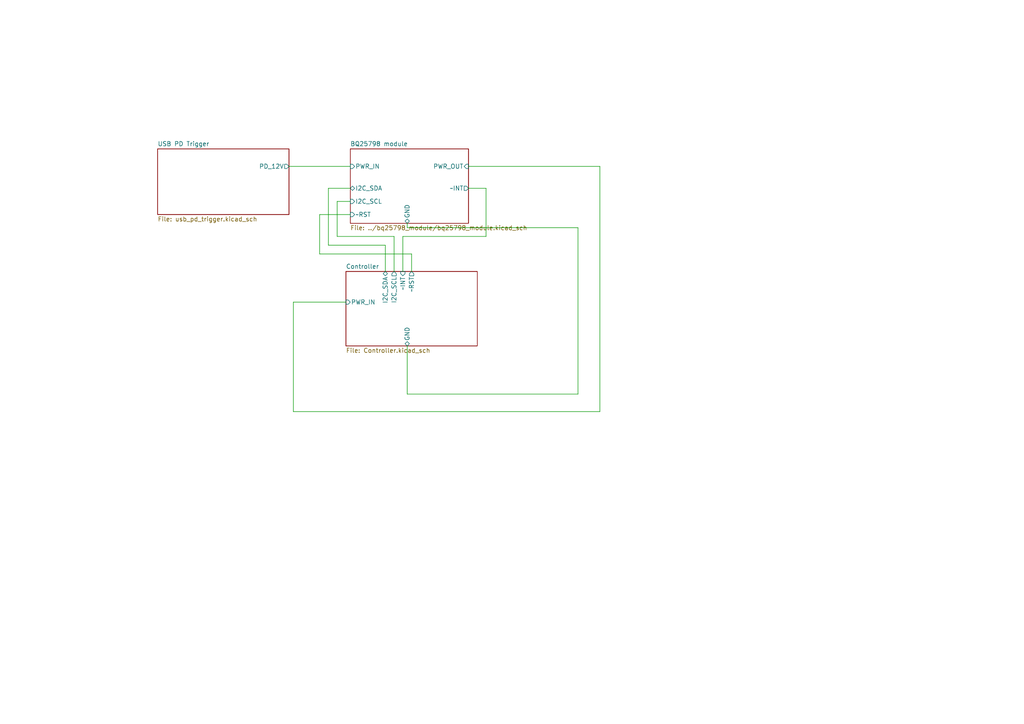
<source format=kicad_sch>
(kicad_sch
	(version 20231120)
	(generator "eeschema")
	(generator_version "8.0")
	(uuid "ce327fff-9e65-43e6-a970-97add7a9f6f7")
	(paper "A4")
	(lib_symbols)
	(wire
		(pts
			(xy 85.09 119.38) (xy 85.09 87.63)
		)
		(stroke
			(width 0)
			(type default)
		)
		(uuid "03ad95fb-f2c4-4d97-8c80-01f33171c21d")
	)
	(wire
		(pts
			(xy 167.64 66.04) (xy 167.64 114.3)
		)
		(stroke
			(width 0)
			(type default)
		)
		(uuid "09173caa-f6c7-478f-88c7-259a78fb1925")
	)
	(wire
		(pts
			(xy 140.97 68.58) (xy 116.84 68.58)
		)
		(stroke
			(width 0)
			(type default)
		)
		(uuid "1479a2d6-9ac7-455e-ba93-76652ef4c0bb")
	)
	(wire
		(pts
			(xy 97.79 68.58) (xy 114.3 68.58)
		)
		(stroke
			(width 0)
			(type default)
		)
		(uuid "16de2157-6216-450d-8cf1-b28d4f8e1403")
	)
	(wire
		(pts
			(xy 118.11 66.04) (xy 167.64 66.04)
		)
		(stroke
			(width 0)
			(type default)
		)
		(uuid "175ba3a1-228f-42d9-8597-cc0c9709ed8b")
	)
	(wire
		(pts
			(xy 135.89 48.26) (xy 173.99 48.26)
		)
		(stroke
			(width 0)
			(type default)
		)
		(uuid "1dd9e564-d688-4ec9-8629-1d1cf313f60d")
	)
	(wire
		(pts
			(xy 140.97 54.61) (xy 140.97 68.58)
		)
		(stroke
			(width 0)
			(type default)
		)
		(uuid "2f4a36a4-475a-4824-b6ec-96a46545c8fd")
	)
	(wire
		(pts
			(xy 119.38 78.74) (xy 119.38 73.66)
		)
		(stroke
			(width 0)
			(type default)
		)
		(uuid "323b5c0b-6a31-4139-a2f4-94185737bcba")
	)
	(wire
		(pts
			(xy 101.6 58.42) (xy 97.79 58.42)
		)
		(stroke
			(width 0)
			(type default)
		)
		(uuid "344f4bed-a839-4b96-ba9c-87e0e2ed7c52")
	)
	(wire
		(pts
			(xy 92.71 73.66) (xy 92.71 62.23)
		)
		(stroke
			(width 0)
			(type default)
		)
		(uuid "6a978364-fe8b-4b91-9b17-7d83cb39cd16")
	)
	(wire
		(pts
			(xy 111.76 71.12) (xy 111.76 78.74)
		)
		(stroke
			(width 0)
			(type default)
		)
		(uuid "6b5fb11c-f3d4-401d-bdf0-35e04a8ff793")
	)
	(wire
		(pts
			(xy 83.82 48.26) (xy 101.6 48.26)
		)
		(stroke
			(width 0)
			(type default)
		)
		(uuid "6ea0d1ac-2a49-46ae-b136-dd50ecccbe2c")
	)
	(wire
		(pts
			(xy 111.76 71.12) (xy 95.25 71.12)
		)
		(stroke
			(width 0)
			(type default)
		)
		(uuid "856ea633-25e1-4cb1-a94c-1a2eb287f427")
	)
	(wire
		(pts
			(xy 97.79 58.42) (xy 97.79 68.58)
		)
		(stroke
			(width 0)
			(type default)
		)
		(uuid "87688375-42fb-4b46-8d0f-fd666e3d7696")
	)
	(wire
		(pts
			(xy 85.09 87.63) (xy 100.33 87.63)
		)
		(stroke
			(width 0)
			(type default)
		)
		(uuid "9aadbe0b-157a-44aa-86ad-858d6258b7dc")
	)
	(wire
		(pts
			(xy 116.84 68.58) (xy 116.84 78.74)
		)
		(stroke
			(width 0)
			(type default)
		)
		(uuid "ada0fee4-0eab-4654-80c0-6657128dc777")
	)
	(wire
		(pts
			(xy 118.11 64.77) (xy 118.11 66.04)
		)
		(stroke
			(width 0)
			(type default)
		)
		(uuid "b9a32052-2810-46c2-951c-2a72dc16c5ca")
	)
	(wire
		(pts
			(xy 119.38 73.66) (xy 92.71 73.66)
		)
		(stroke
			(width 0)
			(type default)
		)
		(uuid "bec1752b-8fea-44e7-9284-e9447daff4b4")
	)
	(wire
		(pts
			(xy 135.89 54.61) (xy 140.97 54.61)
		)
		(stroke
			(width 0)
			(type default)
		)
		(uuid "bfcb4520-6f0d-4130-bcb6-9973756a8335")
	)
	(wire
		(pts
			(xy 167.64 114.3) (xy 118.11 114.3)
		)
		(stroke
			(width 0)
			(type default)
		)
		(uuid "c19e3a00-7bf3-44db-b416-8c65d6e29858")
	)
	(wire
		(pts
			(xy 118.11 114.3) (xy 118.11 100.33)
		)
		(stroke
			(width 0)
			(type default)
		)
		(uuid "c6457245-de31-4aa4-b23f-f64460152c50")
	)
	(wire
		(pts
			(xy 173.99 48.26) (xy 173.99 119.38)
		)
		(stroke
			(width 0)
			(type default)
		)
		(uuid "d23b9aa1-13c5-420e-8ce6-ef45b2d9175b")
	)
	(wire
		(pts
			(xy 95.25 54.61) (xy 101.6 54.61)
		)
		(stroke
			(width 0)
			(type default)
		)
		(uuid "d7861c67-d902-4599-bb2e-8a8cd1aec570")
	)
	(wire
		(pts
			(xy 95.25 71.12) (xy 95.25 54.61)
		)
		(stroke
			(width 0)
			(type default)
		)
		(uuid "daec7bad-ec1f-4678-922c-8891991a7457")
	)
	(wire
		(pts
			(xy 173.99 119.38) (xy 85.09 119.38)
		)
		(stroke
			(width 0)
			(type default)
		)
		(uuid "e29404a5-0d3e-4fc8-a011-1f753a38463d")
	)
	(wire
		(pts
			(xy 114.3 68.58) (xy 114.3 78.74)
		)
		(stroke
			(width 0)
			(type default)
		)
		(uuid "f1fe80ff-b144-479f-bd0f-a899a663a681")
	)
	(wire
		(pts
			(xy 92.71 62.23) (xy 101.6 62.23)
		)
		(stroke
			(width 0)
			(type default)
		)
		(uuid "fd06b294-5cae-45b8-92ca-06903d47857b")
	)
	(sheet
		(at 101.6 43.18)
		(size 34.29 21.59)
		(fields_autoplaced yes)
		(stroke
			(width 0.1524)
			(type solid)
		)
		(fill
			(color 0 0 0 0.0000)
		)
		(uuid "63e15c92-1930-46e3-a68f-6885c9aacf7b")
		(property "Sheetname" "BQ25798 module"
			(at 101.6 42.4684 0)
			(effects
				(font
					(size 1.27 1.27)
				)
				(justify left bottom)
			)
		)
		(property "Sheetfile" "../bq25798_module/bq25798_module.kicad_sch"
			(at 101.6 65.3546 0)
			(effects
				(font
					(size 1.27 1.27)
				)
				(justify left top)
			)
		)
		(pin "GND" bidirectional
			(at 118.11 64.77 270)
			(effects
				(font
					(size 1.27 1.27)
				)
				(justify left)
			)
			(uuid "771239ff-2a18-4ad7-a202-4a6486c0d5d6")
		)
		(pin "I2C_SDA" bidirectional
			(at 101.6 54.61 180)
			(effects
				(font
					(size 1.27 1.27)
				)
				(justify left)
			)
			(uuid "a6470bfe-96c6-4833-a2d4-9b17abb773ba")
		)
		(pin "I2C_SCL" input
			(at 101.6 58.42 180)
			(effects
				(font
					(size 1.27 1.27)
				)
				(justify left)
			)
			(uuid "0b56446f-6aa9-433f-ae4e-5329f6c2bea1")
		)
		(pin "~RST" input
			(at 101.6 62.23 180)
			(effects
				(font
					(size 1.27 1.27)
				)
				(justify left)
			)
			(uuid "e7639b57-d10f-4169-9a1d-50e50bcd5fe3")
		)
		(pin "~INT" output
			(at 135.89 54.61 0)
			(effects
				(font
					(size 1.27 1.27)
				)
				(justify right)
			)
			(uuid "41267b39-a199-42b8-adb4-26dbf82cfbae")
		)
		(pin "PWR_OUT" input
			(at 135.89 48.26 0)
			(effects
				(font
					(size 1.27 1.27)
				)
				(justify right)
			)
			(uuid "c8a1cc2a-72c2-4a2b-98f3-c8dc8dc64e21")
		)
		(pin "PWR_IN" input
			(at 101.6 48.26 180)
			(effects
				(font
					(size 1.27 1.27)
				)
				(justify left)
			)
			(uuid "b71a7c8a-ca06-42c9-8c4b-7347ceb5ab33")
		)
		(instances
			(project "ups12v"
				(path "/ce327fff-9e65-43e6-a970-97add7a9f6f7"
					(page "8")
				)
			)
		)
	)
	(sheet
		(at 100.33 78.74)
		(size 38.1 21.59)
		(fields_autoplaced yes)
		(stroke
			(width 0.1524)
			(type solid)
		)
		(fill
			(color 0 0 0 0.0000)
		)
		(uuid "b77ac214-5712-4762-9ce6-47e162b86357")
		(property "Sheetname" "Controller"
			(at 100.33 78.0284 0)
			(effects
				(font
					(size 1.27 1.27)
				)
				(justify left bottom)
			)
		)
		(property "Sheetfile" "Controller.kicad_sch"
			(at 100.33 100.9146 0)
			(effects
				(font
					(size 1.27 1.27)
				)
				(justify left top)
			)
		)
		(pin "I2C_SDA" bidirectional
			(at 111.76 78.74 90)
			(effects
				(font
					(size 1.27 1.27)
				)
				(justify right)
			)
			(uuid "770281e7-29ed-4be3-9c0b-a544e873c20e")
		)
		(pin "I2C_SCL" output
			(at 114.3 78.74 90)
			(effects
				(font
					(size 1.27 1.27)
				)
				(justify right)
			)
			(uuid "897115ad-7c4a-4ef6-b9e5-ba865d4fc9fe")
		)
		(pin "PWR_IN" input
			(at 100.33 87.63 180)
			(effects
				(font
					(size 1.27 1.27)
				)
				(justify left)
			)
			(uuid "7bcec336-3002-4fe0-a8f6-8c8f1cb11847")
		)
		(pin "~INT" input
			(at 116.84 78.74 90)
			(effects
				(font
					(size 1.27 1.27)
				)
				(justify right)
			)
			(uuid "37b6deb6-0a0a-413e-872d-6a368cf73e88")
		)
		(pin "GND" bidirectional
			(at 118.11 100.33 270)
			(effects
				(font
					(size 1.27 1.27)
				)
				(justify left)
			)
			(uuid "0d752fc1-f1d4-4fab-8db0-ae0d24b8387e")
		)
		(pin "~RST" output
			(at 119.38 78.74 90)
			(effects
				(font
					(size 1.27 1.27)
				)
				(justify right)
			)
			(uuid "228f78db-4f77-46e9-a8b7-b2f7e348b384")
		)
		(instances
			(project "ups12v"
				(path "/ce327fff-9e65-43e6-a970-97add7a9f6f7"
					(page "5")
				)
			)
		)
	)
	(sheet
		(at 45.72 43.18)
		(size 38.1 19.05)
		(fields_autoplaced yes)
		(stroke
			(width 0.1524)
			(type solid)
		)
		(fill
			(color 0 0 0 0.0000)
		)
		(uuid "bb95f409-e969-4920-b60b-5337fcafefcf")
		(property "Sheetname" "USB PD Trigger"
			(at 45.72 42.4684 0)
			(effects
				(font
					(size 1.27 1.27)
				)
				(justify left bottom)
			)
		)
		(property "Sheetfile" "usb_pd_trigger.kicad_sch"
			(at 45.72 62.8146 0)
			(effects
				(font
					(size 1.27 1.27)
				)
				(justify left top)
			)
		)
		(pin "PD_12V" output
			(at 83.82 48.26 0)
			(effects
				(font
					(size 1.27 1.27)
				)
				(justify right)
			)
			(uuid "0636e6c8-0114-4070-854a-d0cd4d9878be")
		)
		(instances
			(project "ups12v"
				(path "/ce327fff-9e65-43e6-a970-97add7a9f6f7"
					(page "7")
				)
			)
		)
	)
	(sheet_instances
		(path "/"
			(page "1")
		)
	)
)

</source>
